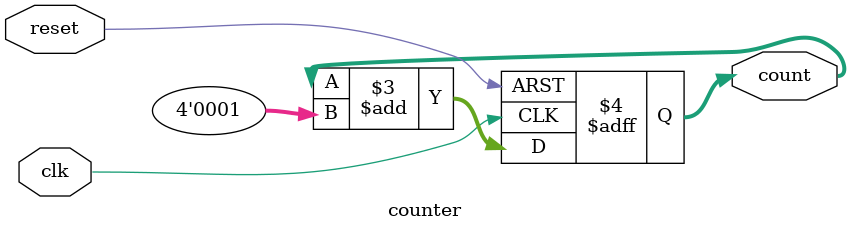
<source format=v>
module counter (
    input clk,
    input reset, 
    output reg [3:0] count
);

always@(posedge clk, negedge reset) begin
    if(!reset) 
        count <= 4'b0; 
    else 
        count <= count + 4'b1;
end

endmodule

</source>
